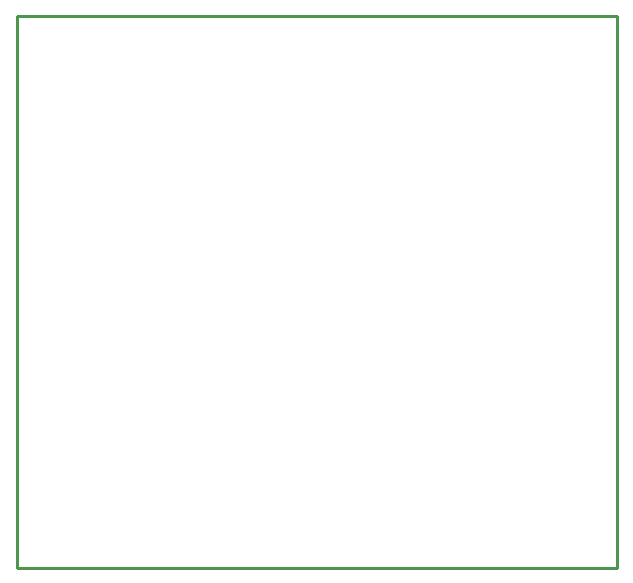
<source format=gbr>
G04 start of page 4 for group 2 idx 2 *
G04 Title: (unknown), outline *
G04 Creator: pcb 20140316 *
G04 CreationDate: Thu 02 Jul 2020 08:37:42 PM GMT UTC *
G04 For: railfan *
G04 Format: Gerber/RS-274X *
G04 PCB-Dimensions (mil): 2000.00 1840.00 *
G04 PCB-Coordinate-Origin: lower left *
%MOIN*%
%FSLAX25Y25*%
%LNOUTLINE*%
%ADD41C,0.0100*%
G54D41*X0Y184000D02*X200000D01*
Y0D01*
X0D01*
Y184000D01*
M02*

</source>
